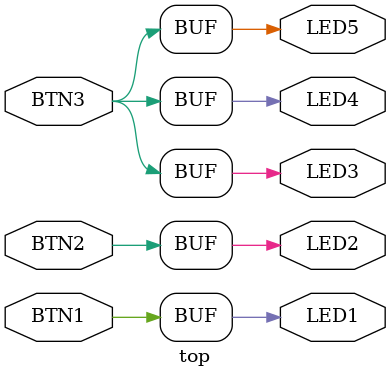
<source format=v>
/* Control leds by buttons */

module top (
	output LED1,
	output LED2,
	output LED3,
	output LED4,
	output LED5,

	input BTN1,
	input BTN2,
	input BTN3,
);

	assign LED1 = BTN1;
	assign LED2 = BTN2;
	assign LED3 = BTN3;
	assign LED4 = BTN3;
	assign LED5 = BTN3;

endmodule
</source>
